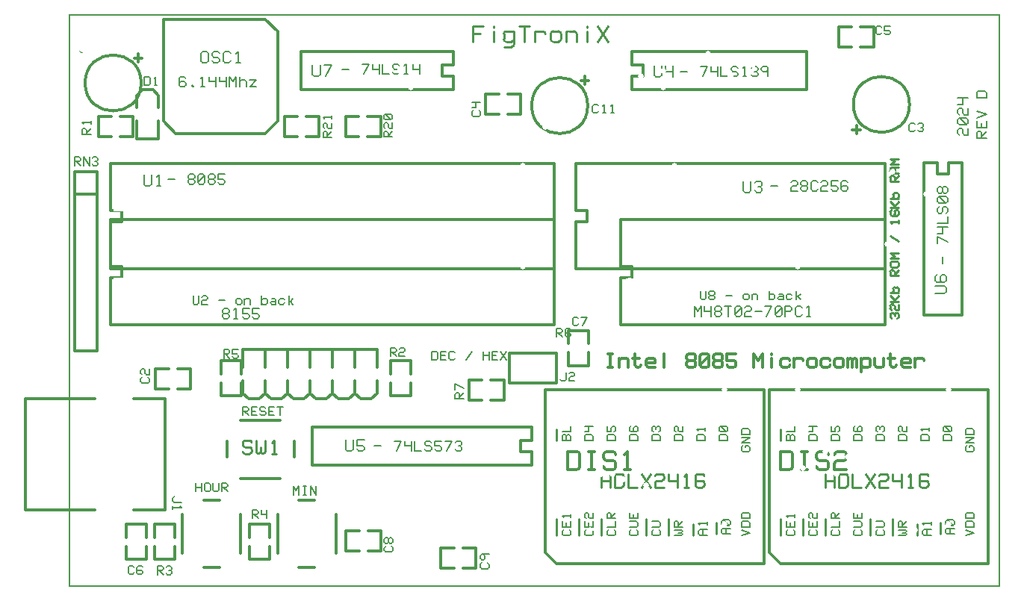
<source format=gto>
G04*
G04 Format:               Gerber RS-274X*
G04 Layer:                TopSilkscreen*
G04 This File Name:       Mini (Ver 4l 2024) - Gerber.gto*
G04 Source File Name:     Mini (Ver 4l 2024).pcb*
G04 Unique ID:            5eaf9519-9103-422e-be0f-e1a041fa282d*
G04 Generated Date:       Saturday, 19 October 2024 20:49:58*
G04*
G04 Created Using:        Robot Room Copper Connection v2.7.5443*
G04 Software Contact:     http://www.robotroom.com/CopperConnection/Support.aspx*
G04 License Number:       1685*
G04 Student Edition:      true*
G04*
G04 Zero Suppression:     Leading*
G04 Number Precision:     2.4*
G04*
%FSLAX24Y24*%
%MOIN*%
%LNTopSilkscreen*%
%ADD10C,.006*%
%ADD11C,.0071*%
%ADD12C,.0079*%
%ADD13C,.009*%
%ADD14C,.0094*%
%ADD15C,.01*%
%ADD16C,.0109*%
%ADD17C,.012*%
%ADD18C,.0126*%
%ADD19C,.0141*%
%ADD20C,.026*%
%ADD21C,.031*%
%ADD22C,.056*%
%ADD23C,.065*%
%ADD24C,.075*%
%ADD25C,.088*%
%ADD26C,.15*%
%ADD27C,.16*%
%ADD28R,.006X.006*%
%ADD29R,.056X.056*%
%ADD30R,.065X.065*%
%ADD31R,.075X.075*%
%ADD32R,.04X.05*%
%ADD33R,.05X.04*%
%ADD34R,.055X.06*%
D10*
G01X5785Y12960D02*
Y12641D01*
G74*
G02X5721Y12578I64J0D01*
G01X5594D01*
G02X5530Y12641I0J64D01*
G01Y12960D01*
X5913Y12896D02*
G02X5976Y12960I64J0D01*
G01X6104D01*
G02X6168Y12896I0J64D01*
G01Y12832D01*
G02X6104Y12769I64J0D01*
G01X5976D01*
X5913Y12705D02*
G02X5976Y12769I64J0D01*
G01X5913Y12705D02*
Y12578D01*
X6168D01*
X6678Y12769D02*
X6933D01*
X7442Y12641D02*
Y12769D01*
G02X7506Y12832I64J0D01*
G01X7634D01*
G02X7697Y12769I0J64D01*
G01Y12641D01*
G02X7634Y12578I64J0D01*
G01X7506D01*
G02X7442Y12641I0J64D01*
G01X7825Y12832D02*
Y12578D01*
Y12769D02*
G02X7889Y12832I64J0D01*
G01X8016D01*
G02X8080Y12769I0J64D01*
G01Y12578D01*
X8590Y12960D02*
Y12578D01*
Y12769D02*
G02X8654Y12832I64J0D01*
G01X8781D01*
G02X8845Y12769I0J64D01*
G01Y12641D01*
G02X8781Y12578I64J0D01*
G01X8654D01*
G02X8590Y12641I0J64D01*
G01X9036Y12832D02*
X9164D01*
G02X9227Y12769I0J64D01*
G01Y12578D01*
Y12641D02*
G02X9164Y12578I64J0D01*
G01X9036D01*
G02X8972Y12641I0J64D01*
X9036Y12705I64J0D01*
G01X9227D01*
X9610Y12641D02*
G02X9546Y12578I64J0D01*
G01X9419D01*
G02X9355Y12641I0J64D01*
G01Y12769D01*
G02X9419Y12832I64J0D01*
G01X9546D01*
G02X9610Y12769I0J64D01*
G01X9801Y12960D02*
Y12578D01*
X9992Y12832D02*
X9865Y12705D01*
X9992Y12578D01*
X9801Y12705D02*
X9865D01*
X28425Y13170D02*
Y12851D01*
G02X28361Y12788I64J0D01*
G01X28234D01*
G02X28170Y12851I0J64D01*
G01Y13170D01*
X28616Y12979D02*
G02X28553Y13043I0J64D01*
G01Y13106D01*
G02X28616Y13170I64J0D01*
G01X28744D01*
G02X28808Y13106I0J64D01*
G01Y13043D01*
G02X28744Y12979I64J0D01*
G01X28616D01*
X28744D02*
G02X28808Y12915I0J64D01*
G01Y12851D01*
G02X28744Y12788I64J0D01*
G01X28616D01*
G02X28553Y12851I0J64D01*
G01Y12915D01*
G02X28616Y12979I64J0D01*
G01X29317D02*
X29572D01*
X30082Y12851D02*
Y12979D01*
G02X30146Y13043I64J0D01*
G01X30274D01*
G02X30337Y12979I0J64D01*
G01Y12851D01*
G02X30274Y12788I64J0D01*
G01X30146D01*
G02X30082Y12851I0J64D01*
G01X30465Y13043D02*
Y12788D01*
Y12979D02*
G02X30529Y13043I64J0D01*
G01X30656D01*
G02X30720Y12979I0J64D01*
G01Y12788D01*
X31230Y13170D02*
Y12788D01*
Y12979D02*
G02X31294Y13043I64J0D01*
G01X31421D01*
G02X31485Y12979I0J64D01*
G01Y12851D01*
G02X31421Y12788I64J0D01*
G01X31294D01*
G02X31230Y12851I0J64D01*
G01X31676Y13043D02*
X31804D01*
G02X31867Y12979I0J64D01*
G01Y12788D01*
Y12851D02*
G02X31804Y12788I64J0D01*
G01X31676D01*
G02X31612Y12851I0J64D01*
X31676Y12915I64J0D01*
G01X31867D01*
X32250Y12851D02*
G02X32186Y12788I64J0D01*
G01X32059D01*
G02X31995Y12851I0J64D01*
G01Y12979D01*
G02X32059Y13043I64J0D01*
G01X32186D01*
G02X32250Y12979I0J64D01*
G01X32441Y13170D02*
Y12788D01*
X32632Y13043D02*
X32505Y12915D01*
X32632Y12788D01*
X32441Y12915D02*
X32505D01*
X5660Y4600D02*
Y4218D01*
Y4409D02*
X5915D01*
Y4600D02*
Y4218D01*
X6042Y4281D02*
Y4536D01*
G02X6106Y4600I64J0D01*
G01X6234D01*
G02X6298Y4536I0J64D01*
G01Y4281D01*
G02X6234Y4218I64J0D01*
G01X6106D01*
G02X6042Y4281I0J64D01*
G01X6680Y4600D02*
Y4281D01*
G02X6616Y4218I64J0D01*
G01X6489D01*
G02X6425Y4281I0J64D01*
G01Y4600D01*
X6807D02*
Y4218D01*
Y4600D02*
X6999D01*
G02X7062Y4536I0J64D01*
G01Y4473D01*
G02X6999Y4409I64J0D01*
G01X6807D01*
X6871D02*
X7062Y4218D01*
X10000Y4078D02*
Y4460D01*
X10127Y4269D01*
X10255Y4460D01*
Y4078D01*
X10446Y4460D02*
X10574D01*
X10510D02*
Y4078D01*
X10446D02*
X10574D01*
X10765D02*
Y4460D01*
X11020Y4078D01*
Y4460D01*
X30191Y6191D02*
Y6255D01*
X30319D01*
G02X30382Y6191I0J64D01*
G01Y6064D01*
G02X30319Y6000I64J0D01*
G01X30064D01*
G02X30000Y6064I0J64D01*
G01Y6191D01*
G02X30064Y6255I64J0D01*
G01X30382Y6383D02*
X30000D01*
X30382Y6637D01*
X30000D01*
Y6765D02*
Y6956D01*
G02X30064Y7020I64J0D01*
G01X30319D01*
G02X30382Y6956I0J64D01*
G01Y6765D01*
X30000D01*
Y2250D02*
X30382Y2378D01*
X30000Y2505D01*
Y2633D02*
Y2824D01*
G02X30064Y2887I64J0D01*
G01X30319D01*
G02X30382Y2824I0J64D01*
G01Y2633D01*
X30000D01*
Y3015D02*
Y3206D01*
G02X30064Y3270I64J0D01*
G01X30319D01*
G02X30382Y3206I0J64D01*
G01Y3015D01*
X30000D01*
X22319Y2505D02*
G02X22382Y2441I0J64D01*
G01Y2314D01*
G02X22319Y2250I64J0D01*
G01X22064D01*
G02X22000Y2314I0J64D01*
G01Y2441D01*
G02X22064Y2505I64J0D01*
G01X22000Y2887D02*
Y2633D01*
X22382D01*
Y2887D01*
X22191Y2633D02*
Y2824D01*
X22064Y3079D02*
X22000Y3142D01*
X22382D01*
Y3079D02*
Y3206D01*
X23319Y2505D02*
G02X23383Y2441I0J64D01*
G01Y2314D01*
G02X23319Y2250I64J0D01*
G01X23064D01*
G02X23000Y2314I0J64D01*
G01Y2441D01*
G02X23064Y2505I64J0D01*
G01X23000Y2887D02*
Y2633D01*
X23383D01*
Y2887D01*
X23191Y2633D02*
Y2824D01*
X23064Y3015D02*
G02X23000Y3079I0J64D01*
G01Y3206D01*
G02X23064Y3270I64J0D01*
G01X23128D01*
G02X23191Y3206I0J64D01*
G01Y3079D01*
X23255Y3015D02*
G02X23191Y3079I0J64D01*
G01X23255Y3015D02*
X23383D01*
Y3270D01*
X24319Y2505D02*
G02X24382Y2441I0J64D01*
G01Y2314D01*
G02X24319Y2250I64J0D01*
G01X24064D01*
G02X24000Y2314I0J64D01*
G01Y2441D01*
G02X24064Y2505I64J0D01*
G01X24000Y2633D02*
X24382D01*
Y2887D01*
X24000Y3015D02*
X24382D01*
X24000D02*
Y3206D01*
G02X24064Y3270I64J0D01*
G01X24127D01*
G02X24191Y3206I0J64D01*
G01Y3015D01*
Y3079D02*
X24382Y3270D01*
X25319Y2505D02*
G02X25382Y2441I0J64D01*
G01Y2314D01*
G02X25319Y2250I64J0D01*
G01X25064D01*
G02X25000Y2314I0J64D01*
G01Y2441D01*
G02X25064Y2505I64J0D01*
G01X25000Y2887D02*
X25319D01*
G02X25382Y2824I0J64D01*
G01Y2696D01*
G02X25319Y2633I64J0D01*
G01X25000D01*
Y3270D02*
Y3015D01*
X25382D01*
Y3270D01*
X25191Y3015D02*
Y3206D01*
X26319Y2505D02*
G02X26383Y2441I0J64D01*
G01Y2314D01*
G02X26319Y2250I64J0D01*
G01X26064D01*
G02X26000Y2314I0J64D01*
G01Y2441D01*
G02X26064Y2505I64J0D01*
G01X26000Y2887D02*
X26319D01*
G02X26383Y2824I0J64D01*
G01Y2696D01*
G02X26319Y2633I64J0D01*
G01X26000D01*
X27000Y2505D02*
X27319D01*
G02X27383Y2441I0J64D01*
X27319Y2378I64J0D01*
G01X27191D01*
X27319D01*
G02X27383Y2314I0J64D01*
X27319Y2250I64J0D01*
G01X27000D01*
Y2633D02*
X27383D01*
X27000D02*
Y2824D01*
G02X27064Y2887I64J0D01*
G01X27128D01*
G02X27191Y2824I0J64D01*
G01Y2633D01*
Y2696D02*
X27383Y2887D01*
X29502Y2320D02*
X29184D01*
G02X29120Y2384I0J64D01*
G01Y2511D01*
G02X29184Y2575I64J0D01*
G01X29502D01*
X29311Y2320D02*
Y2575D01*
X29439Y2702D02*
X29184D01*
G02X29120Y2766I0J64D01*
G01Y2894D01*
G02X29184Y2957I64J0D01*
G01X29439D01*
G02X29502Y2894I0J64D01*
G01Y2766D01*
G02X29439Y2702I64J0D01*
G01X29184Y2957D01*
X28472Y2280D02*
X28154D01*
G02X28090Y2344I0J64D01*
G01Y2471D01*
G02X28154Y2535I64J0D01*
G01X28472D01*
X28281Y2280D02*
Y2535D01*
X28154Y2726D02*
X28090Y2790D01*
X28472D01*
Y2726D02*
Y2854D01*
X22000Y6500D02*
Y6691D01*
G02X22064Y6755I64J0D01*
G01X22127D01*
G02X22191Y6691I0J64D01*
G01Y6500D01*
Y6691D02*
G02X22255Y6755I64J0D01*
G01X22319D01*
G02X22382Y6691I0J64D01*
G01Y6500D01*
X22000D01*
Y6883D02*
X22382D01*
Y7138D01*
X23000Y6500D02*
Y6691D01*
G02X23064Y6755I64J0D01*
G01X23319D01*
G02X23383Y6691I0J64D01*
G01Y6500D01*
X23000D01*
X23383Y7138D02*
X23000D01*
Y6883D02*
X23191D01*
Y7138D01*
X24000Y6500D02*
Y6691D01*
G02X24064Y6755I64J0D01*
G01X24319D01*
G02X24382Y6691I0J64D01*
G01Y6500D01*
X24000D01*
Y7138D02*
Y6883D01*
X24191D01*
Y7074D01*
G02X24255Y7138I64J0D01*
G01X24319D01*
G02X24382Y7074I0J64D01*
G01Y6946D01*
G02X24319Y6883I64J0D01*
G01X25000Y6500D02*
Y6691D01*
G02X25064Y6755I64J0D01*
G01X25319D01*
G02X25382Y6691I0J64D01*
G01Y6500D01*
X25000D01*
X25255Y6883D02*
G02X25191Y6946I0J64D01*
G01Y7074D01*
G02X25255Y7138I64J0D01*
G01X25319D01*
G02X25382Y7074I0J64D01*
G01Y6946D01*
G02X25319Y6883I64J0D01*
G01X25064D01*
G02X25000Y6946I0J64D01*
G01Y7074D01*
G02X25064Y7138I64J0D01*
G01X26000Y6500D02*
Y6691D01*
G02X26064Y6755I64J0D01*
G01X26319D01*
G02X26383Y6691I0J64D01*
G01Y6500D01*
X26000D01*
X26064Y6883D02*
G02X26000Y6946I0J64D01*
G01Y7074D01*
G02X26064Y7138I64J0D01*
G01X26128D01*
G02X26191Y7074I0J64D01*
G01Y7010D01*
Y7074D02*
G02X26255Y7138I64J0D01*
G01X26319D01*
G02X26383Y7074I0J64D01*
G01Y6946D01*
G02X26319Y6883I64J0D01*
G01X27000Y6500D02*
Y6691D01*
G02X27064Y6755I64J0D01*
G01X27319D01*
G02X27383Y6691I0J64D01*
G01Y6500D01*
X27000D01*
X27064Y6883D02*
G02X27000Y6946I0J64D01*
G01Y7074D01*
G02X27064Y7138I64J0D01*
G01X27128D01*
G02X27191Y7074I0J64D01*
G01Y6946D01*
X27255Y6883D02*
G02X27191Y6946I0J64D01*
G01X27255Y6883D02*
X27383D01*
Y7138D01*
X28000Y6500D02*
Y6691D01*
G02X28064Y6755I64J0D01*
G01X28319D01*
G02X28382Y6691I0J64D01*
G01Y6500D01*
X28000D01*
X28064Y6946D02*
X28000Y7010D01*
X28382D01*
Y6946D02*
Y7074D01*
X29000Y6500D02*
Y6691D01*
G02X29064Y6755I64J0D01*
G01X29319D01*
G02X29382Y6691I0J64D01*
G01Y6500D01*
X29000D01*
X29319Y6883D02*
X29064D01*
G02X29000Y6946I0J64D01*
G01Y7074D01*
G02X29064Y7138I64J0D01*
G01X29319D01*
G02X29382Y7074I0J64D01*
G01Y6946D01*
G02X29319Y6883I64J0D01*
G01X29064Y7138D01*
X40191Y6191D02*
Y6255D01*
X40319D01*
G02X40382Y6191I0J64D01*
G01Y6064D01*
G02X40319Y6000I64J0D01*
G01X40064D01*
G02X40000Y6064I0J64D01*
G01Y6191D01*
G02X40064Y6255I64J0D01*
G01X40382Y6383D02*
X40000D01*
X40382Y6637D01*
X40000D01*
Y6765D02*
Y6956D01*
G02X40064Y7020I64J0D01*
G01X40319D01*
G02X40382Y6956I0J64D01*
G01Y6765D01*
X40000D01*
Y2250D02*
X40382Y2378D01*
X40000Y2505D01*
Y2633D02*
Y2824D01*
G02X40064Y2887I64J0D01*
G01X40319D01*
G02X40382Y2824I0J64D01*
G01Y2633D01*
X40000D01*
Y3015D02*
Y3206D01*
G02X40064Y3270I64J0D01*
G01X40319D01*
G02X40382Y3206I0J64D01*
G01Y3015D01*
X40000D01*
X32319Y2505D02*
G02X32383Y2441I0J64D01*
G01Y2314D01*
G02X32319Y2250I64J0D01*
G01X32064D01*
G02X32000Y2314I0J64D01*
G01Y2441D01*
G02X32064Y2505I64J0D01*
G01X32000Y2887D02*
Y2633D01*
X32383D01*
Y2887D01*
X32191Y2633D02*
Y2824D01*
X32064Y3079D02*
X32000Y3142D01*
X32383D01*
Y3079D02*
Y3206D01*
X33319Y2505D02*
G02X33382Y2441I0J64D01*
G01Y2314D01*
G02X33319Y2250I64J0D01*
G01X33064D01*
G02X33000Y2314I0J64D01*
G01Y2441D01*
G02X33064Y2505I64J0D01*
G01X33000Y2887D02*
Y2633D01*
X33382D01*
Y2887D01*
X33191Y2633D02*
Y2824D01*
X33064Y3015D02*
G02X33000Y3079I0J64D01*
G01Y3206D01*
G02X33064Y3270I64J0D01*
G01X33127D01*
G02X33191Y3206I0J64D01*
G01Y3079D01*
X33255Y3015D02*
G02X33191Y3079I0J64D01*
G01X33255Y3015D02*
X33382D01*
Y3270D01*
X34319Y2505D02*
G02X34382Y2441I0J64D01*
G01Y2314D01*
G02X34319Y2250I64J0D01*
G01X34064D01*
G02X34000Y2314I0J64D01*
G01Y2441D01*
G02X34064Y2505I64J0D01*
G01X34000Y2633D02*
X34382D01*
Y2887D01*
X34000Y3015D02*
X34382D01*
X34000D02*
Y3206D01*
G02X34064Y3270I64J0D01*
G01X34127D01*
G02X34191Y3206I0J64D01*
G01Y3015D01*
Y3079D02*
X34382Y3270D01*
X35319Y2505D02*
G02X35382Y2441I0J64D01*
G01Y2314D01*
G02X35319Y2250I64J0D01*
G01X35064D01*
G02X35000Y2314I0J64D01*
G01Y2441D01*
G02X35064Y2505I64J0D01*
G01X35000Y2887D02*
X35319D01*
G02X35382Y2824I0J64D01*
G01Y2696D01*
G02X35319Y2633I64J0D01*
G01X35000D01*
Y3270D02*
Y3015D01*
X35382D01*
Y3270D01*
X35191Y3015D02*
Y3206D01*
X36319Y2505D02*
G02X36383Y2441I0J64D01*
G01Y2314D01*
G02X36319Y2250I64J0D01*
G01X36064D01*
G02X36000Y2314I0J64D01*
G01Y2441D01*
G02X36064Y2505I64J0D01*
G01X36000Y2887D02*
X36319D01*
G02X36383Y2824I0J64D01*
G01Y2696D01*
G02X36319Y2633I64J0D01*
G01X36000D01*
X37000Y2505D02*
X37319D01*
G02X37383Y2441I0J64D01*
X37319Y2378I64J0D01*
G01X37191D01*
X37319D01*
G02X37383Y2314I0J64D01*
X37319Y2250I64J0D01*
G01X37000D01*
Y2633D02*
X37383D01*
X37000D02*
Y2824D01*
G02X37064Y2887I64J0D01*
G01X37128D01*
G02X37191Y2824I0J64D01*
G01Y2633D01*
Y2696D02*
X37383Y2887D01*
X39502Y2320D02*
X39184D01*
G02X39120Y2384I0J64D01*
G01Y2511D01*
G02X39184Y2575I64J0D01*
G01X39502D01*
X39311Y2320D02*
Y2575D01*
X39439Y2702D02*
X39184D01*
G02X39120Y2766I0J64D01*
G01Y2894D01*
G02X39184Y2957I64J0D01*
G01X39439D01*
G02X39502Y2894I0J64D01*
G01Y2766D01*
G02X39439Y2702I64J0D01*
G01X39184Y2957D01*
X38472Y2280D02*
X38154D01*
G02X38090Y2344I0J64D01*
G01Y2471D01*
G02X38154Y2535I64J0D01*
G01X38472D01*
X38281Y2280D02*
Y2535D01*
X38154Y2726D02*
X38090Y2790D01*
X38472D01*
Y2726D02*
Y2854D01*
X32000Y6500D02*
Y6691D01*
G02X32064Y6755I64J0D01*
G01X32128D01*
G02X32191Y6691I0J64D01*
G01Y6500D01*
Y6691D02*
G02X32255Y6755I64J0D01*
G01X32319D01*
G02X32383Y6691I0J64D01*
G01Y6500D01*
X32000D01*
Y6883D02*
X32383D01*
Y7138D01*
X33000Y6500D02*
Y6691D01*
G02X33064Y6755I64J0D01*
G01X33319D01*
G02X33382Y6691I0J64D01*
G01Y6500D01*
X33000D01*
X33382Y7138D02*
X33000D01*
Y6883D02*
X33191D01*
Y7138D01*
X34000Y6500D02*
Y6691D01*
G02X34064Y6755I64J0D01*
G01X34319D01*
G02X34382Y6691I0J64D01*
G01Y6500D01*
X34000D01*
Y7138D02*
Y6883D01*
X34191D01*
Y7074D01*
G02X34255Y7138I64J0D01*
G01X34319D01*
G02X34382Y7074I0J64D01*
G01Y6946D01*
G02X34319Y6883I64J0D01*
G01X35000Y6500D02*
Y6691D01*
G02X35064Y6755I64J0D01*
G01X35319D01*
G02X35382Y6691I0J64D01*
G01Y6500D01*
X35000D01*
X35255Y6883D02*
G02X35191Y6946I0J64D01*
G01Y7074D01*
G02X35255Y7138I64J0D01*
G01X35319D01*
G02X35382Y7074I0J64D01*
G01Y6946D01*
G02X35319Y6883I64J0D01*
G01X35064D01*
G02X35000Y6946I0J64D01*
G01Y7074D01*
G02X35064Y7138I64J0D01*
G01X36000Y6500D02*
Y6691D01*
G02X36064Y6755I64J0D01*
G01X36319D01*
G02X36383Y6691I0J64D01*
G01Y6500D01*
X36000D01*
X36064Y6883D02*
G02X36000Y6946I0J64D01*
G01Y7074D01*
G02X36064Y7138I64J0D01*
G01X36128D01*
G02X36191Y7074I0J64D01*
G01Y7010D01*
Y7074D02*
G02X36255Y7138I64J0D01*
G01X36319D01*
G02X36383Y7074I0J64D01*
G01Y6946D01*
G02X36319Y6883I64J0D01*
G01X37000Y6500D02*
Y6691D01*
G02X37064Y6755I64J0D01*
G01X37319D01*
G02X37383Y6691I0J64D01*
G01Y6500D01*
X37000D01*
X37064Y6883D02*
G02X37000Y6946I0J64D01*
G01Y7074D01*
G02X37064Y7138I64J0D01*
G01X37128D01*
G02X37191Y7074I0J64D01*
G01Y6946D01*
X37255Y6883D02*
G02X37191Y6946I0J64D01*
G01X37255Y6883D02*
X37383D01*
Y7138D01*
X38000Y6500D02*
Y6691D01*
G02X38064Y6755I64J0D01*
G01X38319D01*
G02X38382Y6691I0J64D01*
G01Y6500D01*
X38000D01*
X38064Y6946D02*
X38000Y7010D01*
X38382D01*
Y6946D02*
Y7074D01*
X39000Y6500D02*
Y6691D01*
G02X39064Y6755I64J0D01*
G01X39319D01*
G02X39382Y6691I0J64D01*
G01Y6500D01*
X39000D01*
X39319Y6883D02*
X39064D01*
G02X39000Y6946I0J64D01*
G01Y7074D01*
G02X39064Y7138I64J0D01*
G01X39319D01*
G02X39382Y7074I0J64D01*
G01Y6946D01*
G02X39319Y6883I64J0D01*
G01X39064Y7138D01*
X7750Y8000D02*
Y7618D01*
Y8000D02*
X7941D01*
G02X8005Y7936I0J64D01*
G01Y7873D01*
G02X7941Y7809I64J0D01*
G01X7750D01*
X7814D02*
X8005Y7618D01*
X8387Y8000D02*
X8132D01*
Y7618D01*
X8387D01*
X8132Y7809D02*
X8324D01*
X8706D02*
G02X8770Y7745I0J64D01*
G01Y7681D01*
G02X8706Y7618I64J0D01*
G01X8579D01*
G02X8515Y7681I0J64D01*
G01X8706Y7809D02*
X8579D01*
G02X8515Y7873I0J64D01*
G01Y7936D01*
G02X8579Y8000I64J0D01*
G01X8706D01*
G02X8770Y7936I0J64D01*
G01X9152Y8000D02*
X8897D01*
Y7618D01*
X9152D01*
X8897Y7809D02*
X9089D01*
X9280Y8000D02*
X9535D01*
X9407D02*
Y7618D01*
X16190Y10480D02*
X16381D01*
G02X16445Y10416I0J64D01*
G01Y10161D01*
G02X16381Y10098I64J0D01*
G01X16190D01*
Y10480D01*
X16827D02*
X16572D01*
Y10098D01*
X16827D01*
X16572Y10289D02*
X16764D01*
X17210Y10161D02*
G02X17146Y10098I64J0D01*
G01X17019D01*
G02X16955Y10161I0J64D01*
G01Y10416D01*
G02X17019Y10480I64J0D01*
G01X17146D01*
G02X17210Y10416I0J64D01*
G01X17720Y10098D02*
X17975Y10480D01*
X18485D02*
Y10098D01*
Y10289D02*
X18740D01*
Y10480D02*
Y10098D01*
X19122Y10480D02*
X18867D01*
Y10098D01*
X19122D01*
X18867Y10289D02*
X19059D01*
X19250Y10480D02*
X19505Y10098D01*
X19250D02*
X19505Y10480D01*
X14379Y1775D02*
G02X14442Y1711I0J64D01*
G01Y1584D01*
G02X14379Y1520I64J0D01*
G01X14124D01*
G02X14060Y1584I0J64D01*
G01Y1711D01*
G02X14124Y1775I64J0D01*
G01X14251Y1966D02*
G02X14187Y1903I64J0D01*
G01X14124D01*
G02X14060Y1966I0J64D01*
G01Y2094D01*
G02X14124Y2158I64J0D01*
G01X14187D01*
G02X14251Y2094I0J64D01*
G01Y1966D01*
Y2094D02*
G02X14315Y2158I64J0D01*
G01X14379D01*
G02X14442Y2094I0J64D01*
G01Y1966D01*
G02X14379Y1903I64J0D01*
G01X14315D01*
G02X14251Y1966I0J64D01*
G01X3940Y890D02*
Y508D01*
Y890D02*
X4131D01*
G02X4195Y826I0J64D01*
G01Y763D01*
G02X4131Y699I64J0D01*
G01X3940D01*
X4004D02*
X4195Y508D01*
X4323Y826D02*
G02X4386Y890I64J0D01*
G01X4514D01*
G02X4578Y826I0J64D01*
G01Y763D01*
G02X4514Y699I64J0D01*
G01X4450D01*
X4514D02*
G02X4578Y635I0J64D01*
G01Y571D01*
G02X4514Y508I64J0D01*
G01X4386D01*
G02X4323Y571I0J64D01*
G01X8180Y3400D02*
Y3017D01*
Y3400D02*
X8371D01*
G02X8435Y3336I0J64D01*
G01Y3272D01*
G02X8371Y3209I64J0D01*
G01X8180D01*
X8244D02*
X8435Y3017D01*
X8817D02*
Y3400D01*
X8562D02*
Y3209D01*
X8817D01*
X725Y23901D02*
G02X661Y23837I64J0D01*
G01X534D01*
G02X470Y23901I0J64D01*
G01Y24156D01*
G02X534Y24220I64J0D01*
G01X661D01*
G02X725Y24156I0J64D01*
G01X916D02*
X980Y24220D01*
Y23837D01*
X916D02*
X1044D01*
X2895Y581D02*
G02X2831Y517I64J0D01*
G01X2704D01*
G02X2640Y581I0J64D01*
G01Y836D01*
G02X2704Y900I64J0D01*
G01X2831D01*
G02X2895Y836I0J64D01*
G01X3022Y645D02*
G02X3086Y709I64J0D01*
G01X3214D01*
G02X3277Y645I0J64D01*
G01Y581D01*
G02X3214Y517I64J0D01*
G01X3086D01*
G02X3022Y581I0J64D01*
G01Y836D01*
G02X3086Y900I64J0D01*
G01X3214D01*
G02X3277Y836I0J64D01*
G01X6900Y10560D02*
Y10178D01*
Y10560D02*
X7091D01*
G02X7155Y10496I0J64D01*
G01Y10433D01*
G02X7091Y10369I64J0D01*
G01X6900D01*
X6964D02*
X7155Y10178D01*
X7537Y10560D02*
X7282D01*
Y10369D01*
X7474D01*
G02X7537Y10305I0J64D01*
G01Y10241D01*
G02X7474Y10178I64J0D01*
G01X7346D01*
G02X7282Y10241I0J64D01*
G01X3350Y22740D02*
X3541D01*
G02X3605Y22676I0J64D01*
G01Y22421D01*
G02X3541Y22358I64J0D01*
G01X3350D01*
Y22740D01*
X3796Y22676D02*
X3860Y22740D01*
Y22358D01*
X3796D02*
X3924D01*
X260Y19150D02*
Y18768D01*
Y19150D02*
X451D01*
G02X515Y19086I0J64D01*
G01Y19023D01*
G02X451Y18959I64J0D01*
G01X260D01*
X324D02*
X515Y18768D01*
X643D02*
Y19150D01*
X898Y18768D01*
Y19150D01*
X1025Y19086D02*
G02X1089Y19150I64J0D01*
G01X1216D01*
G02X1280Y19086I0J64D01*
G01Y19023D01*
G02X1216Y18959I64J0D01*
G01X1153D01*
X1216D02*
G02X1280Y18895I0J64D01*
G01Y18831D01*
G02X1216Y18768I64J0D01*
G01X1089D01*
G02X1025Y18831I0J64D01*
G01X14340Y10630D02*
Y10248D01*
Y10630D02*
X14531D01*
G02X14595Y10566I0J64D01*
G01Y10503D01*
G02X14531Y10439I64J0D01*
G01X14340D01*
X14404D02*
X14595Y10248D01*
X14722Y10566D02*
G02X14786Y10630I64J0D01*
G01X14914D01*
G02X14977Y10566I0J64D01*
G01Y10503D01*
G02X14914Y10439I64J0D01*
G01X14786D01*
X14722Y10375D02*
G02X14786Y10439I64J0D01*
G01X14722Y10375D02*
Y10248D01*
X14977D01*
X22725Y11691D02*
G02X22661Y11628I64J0D01*
G01X22534D01*
G02X22470Y11691I0J64D01*
G01Y11946D01*
G02X22534Y12010I64J0D01*
G01X22661D01*
G02X22725Y11946I0J64D01*
G01X22853Y12010D02*
X23108D01*
X22916Y11628D01*
X580Y20180D02*
X962D01*
X580D02*
Y20371D01*
G02X644Y20435I64J0D01*
G01X707D01*
G02X771Y20371I0J64D01*
G01Y20180D01*
Y20244D02*
X962Y20435D01*
X644Y20626D02*
X580Y20690D01*
X962D01*
Y20626D02*
Y20754D01*
X5000Y3745D02*
X4681D01*
G02X4617Y3809I0J64D01*
G01Y3936D01*
G02X4681Y4000I64J0D01*
G01X4936Y3554D02*
X5000Y3490D01*
X4617D01*
Y3554D02*
Y3426D01*
X37745Y20351D02*
G02X37681Y20287I64J0D01*
G01X37554D01*
G02X37490Y20351I0J64D01*
G01Y20606D01*
G02X37554Y20670I64J0D01*
G01X37681D01*
G02X37745Y20606I0J64D01*
G01X37872D02*
G02X37936Y20670I64J0D01*
G01X38064D01*
G02X38127Y20606I0J64D01*
G01Y20543D01*
G02X38064Y20479I64J0D01*
G01X38000D01*
X38064D02*
G02X38127Y20415I0J64D01*
G01Y20351D01*
G02X38064Y20287I64J0D01*
G01X37936D01*
G02X37872Y20351I0J64D01*
G01X36255Y24681D02*
G02X36191Y24617I64J0D01*
G01X36064D01*
G02X36000Y24681I0J64D01*
G01Y24936D01*
G02X36064Y25000I64J0D01*
G01X36191D01*
G02X36255Y24936I0J64D01*
G01X36638Y25000D02*
X36383D01*
Y24809D01*
X36574D01*
G02X36638Y24745I0J64D01*
G01Y24681D01*
G02X36574Y24617I64J0D01*
G01X36446D01*
G02X36383Y24681I0J64D01*
G01X21750Y11500D02*
Y11118D01*
Y11500D02*
X21941D01*
G02X22005Y11436I0J64D01*
G01Y11373D01*
G02X21941Y11309I64J0D01*
G01X21750D01*
X21814D02*
X22005Y11118D01*
X22133Y11245D02*
G02X22196Y11309I64J0D01*
G01X22324D01*
G02X22387Y11245I0J64D01*
G01Y11181D01*
G02X22324Y11118I64J0D01*
G01X22196D01*
G02X22133Y11181I0J64D01*
G01Y11436D01*
G02X22196Y11500I64J0D01*
G01X22324D01*
G02X22387Y11436I0J64D01*
G01X23615Y21181D02*
G02X23551Y21117I64J0D01*
G01X23424D01*
G02X23360Y21181I0J64D01*
G01Y21436D01*
G02X23424Y21500I64J0D01*
G01X23551D01*
G02X23615Y21436I0J64D01*
G01X23806D02*
X23870Y21500D01*
Y21117D01*
X23806D02*
X23934D01*
X24189Y21436D02*
X24252Y21500D01*
Y21117D01*
X24189D02*
X24316D01*
X22175Y9540D02*
Y9221D01*
G02X22111Y9157I64J0D01*
G01X21984D01*
G02X21920Y9221I0J64D01*
G01X22303Y9476D02*
G02X22366Y9540I64J0D01*
G01X22494D01*
G02X22558Y9476I0J64D01*
G01Y9412D01*
G02X22494Y9349I64J0D01*
G01X22366D01*
X22303Y9285D02*
G02X22366Y9349I64J0D01*
G01X22303Y9285D02*
Y9157D01*
X22558D01*
X17220Y8380D02*
X17602D01*
X17220D02*
Y8571D01*
G02X17284Y8635I64J0D01*
G01X17347D01*
G02X17411Y8571I0J64D01*
G01Y8380D01*
Y8444D02*
X17602Y8635D01*
X17220Y8762D02*
Y9017D01*
X17602Y8826D01*
X11330Y20040D02*
X11712D01*
X11330D02*
Y20231D01*
G02X11394Y20295I64J0D01*
G01X11457D01*
G02X11521Y20231I0J64D01*
G01Y20040D01*
Y20104D02*
X11712Y20295D01*
X11394Y20423D02*
G02X11330Y20486I0J64D01*
G01Y20614D01*
G02X11394Y20678I64J0D01*
G01X11457D01*
G02X11521Y20614I0J64D01*
G01Y20486D01*
X11585Y20423D02*
G02X11521Y20486I0J64D01*
G01X11585Y20423D02*
X11712D01*
Y20678D01*
X11394Y20869D02*
X11330Y20933D01*
X11712D01*
Y20869D02*
Y20996D01*
X14040Y20050D02*
X14422D01*
X14040D02*
Y20241D01*
G02X14104Y20305I64J0D01*
G01X14167D01*
G02X14231Y20241I0J64D01*
G01Y20050D01*
Y20114D02*
X14422Y20305D01*
X14104Y20433D02*
G02X14040Y20496I0J64D01*
G01Y20624D01*
G02X14104Y20688I64J0D01*
G01X14167D01*
G02X14231Y20624I0J64D01*
G01Y20496D01*
X14295Y20433D02*
G02X14231Y20496I0J64D01*
G01X14295Y20433D02*
X14422D01*
Y20688D01*
X14359Y20815D02*
X14104D01*
G02X14040Y20879I0J64D01*
G01Y21006D01*
G02X14104Y21070I64J0D01*
G01X14359D01*
G02X14422Y21006I0J64D01*
G01Y20879D01*
G02X14359Y20815I64J0D01*
G01X14104Y21070D01*
X3509Y9315D02*
G02X3573Y9251I0J64D01*
G01Y9124D01*
G02X3509Y9060I64J0D01*
G01X3254D01*
G02X3190Y9124I0J64D01*
G01Y9251D01*
G02X3254Y9315I64J0D01*
G01Y9442D02*
G02X3190Y9506I0J64D01*
G01Y9634D01*
G02X3254Y9697I64J0D01*
G01X3317D01*
G02X3381Y9634I0J64D01*
G01Y9506D01*
X3445Y9442D02*
G02X3381Y9506I0J64D01*
G01X3445Y9442D02*
X3573D01*
Y9697D01*
X18669Y1035D02*
G02X18733Y971I0J64D01*
G01Y844D01*
G02X18669Y780I64J0D01*
G01X18414D01*
G02X18350Y844I0J64D01*
G01Y971D01*
G02X18414Y1035I64J0D01*
G01X18478Y1417D02*
G02X18541Y1354I0J64D01*
G01Y1226D01*
G02X18478Y1163I64J0D01*
G01X18414D01*
G02X18350Y1226I0J64D01*
G01Y1354D01*
G02X18414Y1417I64J0D01*
G01X18605D01*
X18733D01*
X18289Y21225D02*
G02X18352Y21161I0J64D01*
G01Y21034D01*
G02X18289Y20970I64J0D01*
G01X18034D01*
G02X17970Y21034I0J64D01*
G01Y21161D01*
G02X18034Y21225I64J0D01*
G01X18352Y21608D02*
X17970D01*
Y21353D02*
X18161D01*
Y21608D01*
D11*
X39735Y20140D02*
G02X39660Y20215I0J75D01*
G01Y20365D01*
G02X39735Y20440I75J0D01*
G01X39810D01*
G02X39885Y20365I0J75D01*
G01Y20215D01*
X39960Y20140D02*
G02X39885Y20215I0J75D01*
G01X39960Y20140D02*
X40110D01*
Y20440D01*
X40035Y20590D02*
X39735D01*
G02X39660Y20665I0J75D01*
G01Y20815D01*
G02X39735Y20890I75J0D01*
G01X40035D01*
G02X40110Y20815I0J75D01*
G01Y20665D01*
G02X40035Y20590I75J0D01*
G01X39735Y20890D01*
Y21040D02*
G02X39660Y21115I0J75D01*
G01Y21265D01*
G02X39735Y21340I75J0D01*
G01X39810D01*
G02X39885Y21265I0J75D01*
G01Y21115D01*
X39960Y21040D02*
G02X39885Y21115I0J75D01*
G01X39960Y21040D02*
X40110D01*
Y21340D01*
Y21790D02*
X39660D01*
Y21490D02*
X39885D01*
Y21790D01*
X40500Y20000D02*
X40950D01*
X40500D02*
Y20225D01*
G02X40575Y20300I75J0D01*
G01X40650D01*
G02X40725Y20225I0J75D01*
G01Y20000D01*
Y20075D02*
X40950Y20300D01*
X40500Y20750D02*
Y20450D01*
X40950D01*
Y20750D01*
X40725Y20450D02*
Y20675D01*
X40500Y20900D02*
X40950Y21050D01*
X40500Y21200D01*
Y21800D02*
Y22025D01*
G02X40575Y22100I75J0D01*
G01X40875D01*
G02X40950Y22025I0J75D01*
G01Y21800D01*
X40500D01*
X27900Y12040D02*
Y12490D01*
X28050Y12265D01*
X28200Y12490D01*
Y12040D01*
X28650D02*
Y12490D01*
X28350D02*
Y12265D01*
X28650D01*
X28875D02*
G02X28800Y12340I0J75D01*
G01Y12415D01*
G02X28875Y12490I75J0D01*
G01X29025D01*
G02X29100Y12415I0J75D01*
G01Y12340D01*
G02X29025Y12265I75J0D01*
G01X28875D01*
X29025D02*
G02X29100Y12190I0J75D01*
G01Y12115D01*
G02X29025Y12040I75J0D01*
G01X28875D01*
G02X28800Y12115I0J75D01*
G01Y12190D01*
G02X28875Y12265I75J0D01*
G01X29250Y12490D02*
X29550D01*
X29400D02*
Y12040D01*
X29700Y12115D02*
Y12415D01*
G02X29775Y12490I75J0D01*
G01X29925D01*
G02X30000Y12415I0J75D01*
G01Y12115D01*
G02X29925Y12040I75J0D01*
G01X29775D01*
G02X29700Y12115I0J75D01*
G01X30000Y12415D01*
X30150D02*
G02X30225Y12490I75J0D01*
G01X30375D01*
G02X30450Y12415I0J75D01*
G01Y12340D01*
G02X30375Y12265I75J0D01*
G01X30225D01*
X30150Y12190D02*
G02X30225Y12265I75J0D01*
G01X30150Y12190D02*
Y12040D01*
X30450D01*
X30600Y12265D02*
X30900D01*
X31050Y12490D02*
X31350D01*
X31125Y12040D01*
X31500Y12115D02*
Y12415D01*
G02X31575Y12490I75J0D01*
G01X31725D01*
G02X31800Y12415I0J75D01*
G01Y12115D01*
G02X31725Y12040I75J0D01*
G01X31575D01*
G02X31500Y12115I0J75D01*
G01X31800Y12415D01*
X31950Y12490D02*
Y12040D01*
Y12490D02*
X32175D01*
G02X32250Y12415I0J75D01*
G01Y12340D01*
G02X32175Y12265I75J0D01*
G01X31950D01*
X32700Y12115D02*
G02X32625Y12040I75J0D01*
G01X32475D01*
G02X32400Y12115I0J75D01*
G01Y12415D01*
G02X32475Y12490I75J0D01*
G01X32625D01*
G02X32700Y12415I0J75D01*
G01X32925D02*
X33000Y12490D01*
Y12040D01*
X32925D02*
X33075D01*
X6905Y12165D02*
G02X6830Y12240I0J75D01*
G01Y12315D01*
G02X6905Y12390I75J0D01*
G01X7055D01*
G02X7130Y12315I0J75D01*
G01Y12240D01*
G02X7055Y12165I75J0D01*
G01X6905D01*
X7055D02*
G02X7130Y12090I0J75D01*
G01Y12015D01*
G02X7055Y11940I75J0D01*
G01X6905D01*
G02X6830Y12015I0J75D01*
G01Y12090D01*
G02X6905Y12165I75J0D01*
G01X7355Y12315D02*
X7430Y12390D01*
Y11940D01*
X7355D02*
X7505D01*
X8030Y12390D02*
X7730D01*
Y12165D01*
X7955D01*
G02X8030Y12090I0J75D01*
G01Y12015D01*
G02X7955Y11940I75J0D01*
G01X7805D01*
G02X7730Y12015I0J75D01*
G01X8480Y12390D02*
X8180D01*
Y12165D01*
X8405D01*
G02X8480Y12090I0J75D01*
G01Y12015D01*
G02X8405Y11940I75J0D01*
G01X8255D01*
G02X8180Y12015I0J75D01*
G01X4910Y22440D02*
G02X4985Y22515I75J0D01*
G01X5135D01*
G02X5210Y22440I0J75D01*
G01Y22365D01*
G02X5135Y22290I75J0D01*
G01X4985D01*
G02X4910Y22365I0J75D01*
G01Y22665D01*
G02X4985Y22740I75J0D01*
G01X5135D01*
G02X5210Y22665I0J75D01*
G01X5473Y22327D02*
X5474Y22337D01*
X5478Y22346D01*
X5483Y22354D01*
X5491Y22360D01*
X5500Y22364D01*
X5510Y22365D01*
G02X5548Y22327I0J38D01*
G01X5546Y22318D01*
X5542Y22309D01*
X5537Y22301D01*
X5529Y22295D01*
X5520Y22291D01*
X5510Y22290D01*
G02X5473Y22327I0J37D01*
G01X5510Y22346D02*
Y22309D01*
X5885Y22665D02*
X5960Y22740D01*
Y22290D01*
X5885D02*
X6035D01*
X6560D02*
Y22740D01*
X6260D02*
Y22515D01*
X6560D01*
X7010Y22290D02*
Y22740D01*
X6710D02*
Y22515D01*
X7010D01*
X7160Y22290D02*
Y22740D01*
X7310Y22515D01*
X7460Y22740D01*
Y22290D01*
X7610Y22740D02*
Y22290D01*
Y22515D02*
G02X7685Y22590I75J0D01*
G01X7835D01*
G02X7910Y22515I0J75D01*
G01Y22290D01*
X8060Y22590D02*
X8341D01*
X8079Y22290D01*
X8360D01*
X12180Y23075D02*
X12480D01*
X13080Y23300D02*
X13380D01*
X13155Y22850D01*
X13830D02*
Y23300D01*
X13530D02*
Y23075D01*
X13830D01*
X13980Y23300D02*
Y22850D01*
X14280D01*
X14655Y23075D02*
G02X14730Y23000I0J75D01*
G01Y22925D01*
G02X14655Y22850I75J0D01*
G01X14505D01*
G02X14430Y22925I0J75D01*
G01X14655Y23075D02*
X14505D01*
G02X14430Y23150I0J75D01*
G01Y23225D01*
G02X14505Y23300I75J0D01*
G01X14655D01*
G02X14730Y23225I0J75D01*
G01X14955D02*
X15030Y23300D01*
Y22850D01*
X14955D02*
X15105D01*
X15630D02*
Y23300D01*
X15330D02*
Y23075D01*
X15630D01*
X27290Y22975D02*
X27590D01*
X28190Y23200D02*
X28490D01*
X28265Y22750D01*
X28940D02*
Y23200D01*
X28640D02*
Y22975D01*
X28940D01*
X29090Y23200D02*
Y22750D01*
X29390D01*
X29765Y22975D02*
G02X29840Y22900I0J75D01*
G01Y22825D01*
G02X29765Y22750I75J0D01*
G01X29615D01*
G02X29540Y22825I0J75D01*
G01X29765Y22975D02*
X29615D01*
G02X29540Y23050I0J75D01*
G01Y23125D01*
G02X29615Y23200I75J0D01*
G01X29765D01*
G02X29840Y23125I0J75D01*
G01X30065D02*
X30140Y23200D01*
Y22750D01*
X30065D02*
X30215D01*
X30440Y23125D02*
G02X30515Y23200I75J0D01*
G01X30665D01*
G02X30740Y23125I0J75D01*
G01Y23050D01*
G02X30665Y22975I75J0D01*
G01X30590D01*
X30665D02*
G02X30740Y22900I0J75D01*
G01Y22825D01*
G02X30665Y22750I75J0D01*
G01X30515D01*
G02X30440Y22825I0J75D01*
G01X31190Y23050D02*
G02X31115Y22975I75J0D01*
G01X30965D01*
G02X30890Y23050I0J75D01*
G01Y23125D01*
G02X30965Y23200I75J0D01*
G01X31115D01*
G02X31190Y23125I0J75D01*
G01Y22900D01*
Y22750D01*
X38975Y14390D02*
Y14690D01*
X38750Y15290D02*
Y15590D01*
X39200Y15365D01*
Y16040D02*
X38750D01*
Y15740D02*
X38975D01*
Y16040D01*
X38750Y16190D02*
X39200D01*
Y16490D01*
X38975Y16865D02*
G02X39050Y16940I75J0D01*
G01X39125D01*
G02X39200Y16865I0J75D01*
G01Y16715D01*
G02X39125Y16640I75J0D01*
G01X38975Y16865D02*
Y16715D01*
G02X38900Y16640I75J0D01*
G01X38825D01*
G02X38750Y16715I0J75D01*
G01Y16865D01*
G02X38825Y16940I75J0D01*
G01X39125Y17090D02*
X38825D01*
G02X38750Y17165I0J75D01*
G01Y17315D01*
G02X38825Y17390I75J0D01*
G01X39125D01*
G02X39200Y17315I0J75D01*
G01Y17165D01*
G02X39125Y17090I75J0D01*
G01X38825Y17390D01*
X38975Y17615D02*
G02X38900Y17540I75J0D01*
G01X38825D01*
G02X38750Y17615I0J75D01*
G01Y17765D01*
G02X38825Y17840I75J0D01*
G01X38900D01*
G02X38975Y17765I0J75D01*
G01Y17615D01*
Y17765D02*
G02X39050Y17840I75J0D01*
G01X39125D01*
G02X39200Y17765I0J75D01*
G01Y17615D01*
G02X39125Y17540I75J0D01*
G01X39050D01*
G02X38975Y17615I0J75D01*
G01X31310Y17865D02*
X31610D01*
X32210Y18015D02*
G02X32285Y18090I75J0D01*
G01X32435D01*
G02X32510Y18015I0J75D01*
G01Y17940D01*
G02X32435Y17865I75J0D01*
G01X32285D01*
X32210Y17790D02*
G02X32285Y17865I75J0D01*
G01X32210Y17790D02*
Y17640D01*
X32510D01*
X32735Y17865D02*
G02X32660Y17940I0J75D01*
G01Y18015D01*
G02X32735Y18090I75J0D01*
G01X32885D01*
G02X32960Y18015I0J75D01*
G01Y17940D01*
G02X32885Y17865I75J0D01*
G01X32735D01*
X32885D02*
G02X32960Y17790I0J75D01*
G01Y17715D01*
G02X32885Y17640I75J0D01*
G01X32735D01*
G02X32660Y17715I0J75D01*
G01Y17790D01*
G02X32735Y17865I75J0D01*
G01X33410Y17715D02*
G02X33335Y17640I75J0D01*
G01X33185D01*
G02X33110Y17715I0J75D01*
G01Y18015D01*
G02X33185Y18090I75J0D01*
G01X33335D01*
G02X33410Y18015I0J75D01*
G01X33560D02*
G02X33635Y18090I75J0D01*
G01X33785D01*
G02X33860Y18015I0J75D01*
G01Y17940D01*
G02X33785Y17865I75J0D01*
G01X33635D01*
X33560Y17790D02*
G02X33635Y17865I75J0D01*
G01X33560Y17790D02*
Y17640D01*
X33860D01*
X34310Y18090D02*
X34010D01*
Y17865D01*
X34235D01*
G02X34310Y17790I0J75D01*
G01Y17715D01*
G02X34235Y17640I75J0D01*
G01X34085D01*
G02X34010Y17715I0J75D01*
G01X34460Y17790D02*
G02X34535Y17865I75J0D01*
G01X34685D01*
G02X34760Y17790I0J75D01*
G01Y17715D01*
G02X34685Y17640I75J0D01*
G01X34535D01*
G02X34460Y17715I0J75D01*
G01Y18015D01*
G02X34535Y18090I75J0D01*
G01X34685D01*
G02X34760Y18015I0J75D01*
G01X4400Y18165D02*
X4700D01*
X5375D02*
G02X5300Y18240I0J75D01*
G01Y18315D01*
G02X5375Y18390I75J0D01*
G01X5525D01*
G02X5600Y18315I0J75D01*
G01Y18240D01*
G02X5525Y18165I75J0D01*
G01X5375D01*
X5525D02*
G02X5600Y18090I0J75D01*
G01Y18015D01*
G02X5525Y17940I75J0D01*
G01X5375D01*
G02X5300Y18015I0J75D01*
G01Y18090D01*
G02X5375Y18165I75J0D01*
G01X5750Y18015D02*
Y18315D01*
G02X5825Y18390I75J0D01*
G01X5975D01*
G02X6050Y18315I0J75D01*
G01Y18015D01*
G02X5975Y17940I75J0D01*
G01X5825D01*
G02X5750Y18015I0J75D01*
G01X6050Y18315D01*
X6275Y18165D02*
G02X6200Y18240I0J75D01*
G01Y18315D01*
G02X6275Y18390I75J0D01*
G01X6425D01*
G02X6500Y18315I0J75D01*
G01Y18240D01*
G02X6425Y18165I75J0D01*
G01X6275D01*
X6425D02*
G02X6500Y18090I0J75D01*
G01Y18015D01*
G02X6425Y17940I75J0D01*
G01X6275D01*
G02X6200Y18015I0J75D01*
G01Y18090D01*
G02X6275Y18165I75J0D01*
G01X6950Y18390D02*
X6650D01*
Y18165D01*
X6875D01*
G02X6950Y18090I0J75D01*
G01Y18015D01*
G02X6875Y17940I75J0D01*
G01X6725D01*
G02X6650Y18015I0J75D01*
G01X13620Y6255D02*
X13920D01*
X14520Y6480D02*
X14820D01*
X14595Y6030D01*
X15270D02*
Y6480D01*
X14970D02*
Y6255D01*
X15270D01*
X15420Y6480D02*
Y6030D01*
X15720D01*
X16095Y6255D02*
G02X16170Y6180I0J75D01*
G01Y6105D01*
G02X16095Y6030I75J0D01*
G01X15945D01*
G02X15870Y6105I0J75D01*
G01X16095Y6255D02*
X15945D01*
G02X15870Y6330I0J75D01*
G01Y6405D01*
G02X15945Y6480I75J0D01*
G01X16095D01*
G02X16170Y6405I0J75D01*
G01X16620Y6480D02*
X16320D01*
Y6255D01*
X16545D01*
G02X16620Y6180I0J75D01*
G01Y6105D01*
G02X16545Y6030I75J0D01*
G01X16395D01*
G02X16320Y6105I0J75D01*
G01X16770Y6480D02*
X17070D01*
X16845Y6030D01*
X17220Y6405D02*
G02X17295Y6480I75J0D01*
G01X17445D01*
G02X17520Y6405I0J75D01*
G01Y6330D01*
G02X17445Y6255I75J0D01*
G01X17370D01*
X17445D02*
G02X17520Y6180I0J75D01*
G01Y6105D01*
G02X17445Y6030I75J0D01*
G01X17295D01*
G02X17220Y6105I0J75D01*
D12*
G01X30425Y18070D02*
Y17651D01*
G02X30341Y17567I84J0D01*
G01X30174D01*
G02X30090Y17651I0J84D01*
G01Y18070D01*
X30593Y17986D02*
G02X30676Y18070I84J0D01*
G01X30844D01*
G02X30928Y17986I0J84D01*
G01Y17902D01*
G02X30844Y17819I84J0D01*
G01X30760D01*
X30844D02*
G02X30928Y17735I0J84D01*
G01Y17651D01*
G02X30844Y17567I84J0D01*
G01X30676D01*
G02X30593Y17651I0J84D01*
G01X3665Y18360D02*
Y17941D01*
G02X3581Y17858I84J0D01*
G01X3414D01*
G02X3330Y17941I0J84D01*
G01Y18360D01*
X3916Y18276D02*
X4000Y18360D01*
Y17858D01*
X3916D02*
X4084D01*
X11195Y23250D02*
Y22831D01*
G02X11111Y22748I84J0D01*
G01X10944D01*
G02X10860Y22831I0J84D01*
G01Y23250D01*
X11362D02*
X11697D01*
X11446Y22748D01*
X12675Y6520D02*
Y6101D01*
G02X12591Y6018I84J0D01*
G01X12424D01*
G02X12340Y6101I0J84D01*
G01Y6520D01*
X13177D02*
X12842D01*
Y6269D01*
X13094D01*
G02X13177Y6185I0J84D01*
G01Y6101D01*
G02X13094Y6018I84J0D01*
G01X12926D01*
G02X12842Y6101I0J84D01*
G01X38640Y13395D02*
X39059D01*
G02X39143Y13311I0J84D01*
G01Y13144D01*
G02X39059Y13060I84J0D01*
G01X38640D01*
X38975Y13562D02*
G02X38891Y13646I0J84D01*
G01Y13814D01*
G02X38975Y13897I84J0D01*
G01X39059D01*
G02X39143Y13814I0J84D01*
G01Y13646D01*
G02X39059Y13562I84J0D01*
G01X38724D01*
G02X38640Y13646I0J84D01*
G01Y13814D01*
G02X38724Y13897I84J0D01*
G01X26435Y23230D02*
Y22811D01*
G02X26351Y22728I84J0D01*
G01X26184D01*
G02X26100Y22811I0J84D01*
G01Y23230D01*
X26938Y22728D02*
Y23230D01*
X26603D02*
Y22979D01*
X26938D01*
X5870Y23441D02*
Y23776D01*
G02X5954Y23860I84J0D01*
G01X6121D01*
G02X6205Y23776I0J84D01*
G01Y23441D01*
G02X6121Y23357I84J0D01*
G01X5954D01*
G02X5870Y23441I0J84D01*
G01X6624Y23609D02*
G02X6708Y23525I0J84D01*
G01Y23441D01*
G02X6624Y23357I84J0D01*
G01X6456D01*
G02X6373Y23441I0J84D01*
G01X6624Y23609D02*
X6456D01*
G02X6373Y23692I0J84D01*
G01Y23776D01*
G02X6456Y23860I84J0D01*
G01X6624D01*
G02X6708Y23776I0J84D01*
G01X7210Y23441D02*
G02X7126Y23357I84J0D01*
G01X6959D01*
G02X6875Y23441I0J84D01*
G01Y23776D01*
G02X6959Y23860I84J0D01*
G01X7126D01*
G02X7210Y23776I0J84D01*
G01X7461D02*
X7545Y23860D01*
Y23357D01*
X7461D02*
X7629D01*
D13*
X36704Y11940D02*
G02X36640Y12004I0J64D01*
G01Y12131D01*
G02X36704Y12195I64J0D01*
G01X36767D01*
G02X36831Y12131I0J64D01*
G01Y12068D01*
Y12131D02*
G02X36895Y12195I64J0D01*
G01X36959D01*
G02X37022Y12131I0J64D01*
G01Y12004D01*
G02X36959Y11940I64J0D01*
G01X36704Y12323D02*
G02X36640Y12386I0J64D01*
G01Y12514D01*
G02X36704Y12578I64J0D01*
G01X36767D01*
G02X36831Y12514I0J64D01*
G01Y12386D01*
X36895Y12323D02*
G02X36831Y12386I0J64D01*
G01X36895Y12323D02*
X37022D01*
Y12578D01*
X36640Y12705D02*
X37022D01*
X36640Y12960D02*
X36831Y12769D01*
X37022Y12960D01*
X36831Y12705D02*
Y12769D01*
X36640Y13087D02*
X37022D01*
X36831D02*
G02X36767Y13151I0J64D01*
G01Y13279D01*
G02X36831Y13342I64J0D01*
G01X36959D01*
G02X37022Y13279I0J64D01*
G01Y13151D01*
G02X36959Y13087I64J0D01*
G01X36640Y13852D02*
X37022D01*
X36640D02*
Y14044D01*
G02X36704Y14107I64J0D01*
G01X36767D01*
G02X36831Y14044I0J64D01*
G01Y13852D01*
Y13916D02*
X37022Y14107D01*
X36959Y14235D02*
X36704D01*
G02X36640Y14299I0J64D01*
G01Y14426D01*
G02X36704Y14490I64J0D01*
G01X36959D01*
G02X37022Y14426I0J64D01*
G01Y14299D01*
G02X36959Y14235I64J0D01*
G01X37022Y14617D02*
X36640D01*
X36831Y14745D01*
X36640Y14872D01*
X37022D01*
Y15382D02*
X36640Y15637D01*
X36704Y16211D02*
X36640Y16275D01*
X37022D01*
Y16211D02*
Y16339D01*
X36895Y16530D02*
G02X36831Y16594I0J64D01*
G01Y16721D01*
G02X36895Y16785I64J0D01*
G01X36959D01*
G02X37022Y16721I0J64D01*
G01Y16594D01*
G02X36959Y16530I64J0D01*
G01X36704D01*
G02X36640Y16594I0J64D01*
G01Y16721D01*
G02X36704Y16785I64J0D01*
G01X36640Y16912D02*
X37022D01*
X36640Y17167D02*
X36831Y16976D01*
X37022Y17167D01*
X36831Y16912D02*
Y16976D01*
X36640Y17295D02*
X37022D01*
X36831D02*
G02X36767Y17359I0J64D01*
G01Y17486D01*
G02X36831Y17550I64J0D01*
G01X36959D01*
G02X37022Y17486I0J64D01*
G01Y17359D01*
G02X36959Y17295I64J0D01*
G01X36640Y18060D02*
X37022D01*
X36640D02*
Y18251D01*
G02X36704Y18315I64J0D01*
G01X36767D01*
G02X36831Y18251I0J64D01*
G01Y18060D01*
Y18124D02*
X37022Y18315D01*
Y18442D02*
X36704D01*
G02X36640Y18506I0J64D01*
G01Y18634D01*
G02X36704Y18697I64J0D01*
G01X37022D01*
X36831Y18442D02*
Y18697D01*
X37022Y18825D02*
X36640D01*
X36831Y18952D01*
X36640Y19080D01*
X37022D01*
D14*
X23750Y5000D02*
Y4400D01*
Y4700D02*
X24150D01*
Y5000D02*
Y4400D01*
X24350Y5000D02*
X24650D01*
G02X24750Y4900I0J100D01*
G01Y4500D01*
G02X24650Y4400I100J0D01*
G01X24350D01*
Y5000D01*
X24950D02*
Y4400D01*
X25350D01*
X25550Y5000D02*
X25950Y4400D01*
X25550D02*
X25950Y5000D01*
X26150Y4900D02*
G02X26250Y5000I100J0D01*
G01X26450D01*
G02X26550Y4900I0J100D01*
G01Y4800D01*
G02X26450Y4700I100J0D01*
G01X26250D01*
X26150Y4600D02*
G02X26250Y4700I100J0D01*
G01X26150Y4600D02*
Y4400D01*
X26550D01*
X27150D02*
Y5000D01*
X26750D02*
Y4700D01*
X27150D01*
X27450Y4900D02*
X27550Y5000D01*
Y4400D01*
X27450D02*
X27650D01*
X27950Y4600D02*
G02X28050Y4700I100J0D01*
G01X28250D01*
G02X28350Y4600I0J100D01*
G01Y4500D01*
G02X28250Y4400I100J0D01*
G01X28050D01*
G02X27950Y4500I0J100D01*
G01Y4900D01*
G02X28050Y5000I100J0D01*
G01X28250D01*
G02X28350Y4900I0J100D01*
G01X33750Y5000D02*
Y4400D01*
Y4700D02*
X34150D01*
Y5000D02*
Y4400D01*
X34350Y5000D02*
X34650D01*
G02X34750Y4900I0J100D01*
G01Y4500D01*
G02X34650Y4400I100J0D01*
G01X34350D01*
Y5000D01*
X34950D02*
Y4400D01*
X35350D01*
X35550Y5000D02*
X35950Y4400D01*
X35550D02*
X35950Y5000D01*
X36150Y4900D02*
G02X36250Y5000I100J0D01*
G01X36450D01*
G02X36550Y4900I0J100D01*
G01Y4800D01*
G02X36450Y4700I100J0D01*
G01X36250D01*
X36150Y4600D02*
G02X36250Y4700I100J0D01*
G01X36150Y4600D02*
Y4400D01*
X36550D01*
X37150D02*
Y5000D01*
X36750D02*
Y4700D01*
X37150D01*
X37450Y4900D02*
X37550Y5000D01*
Y4400D01*
X37450D02*
X37650D01*
X37950Y4600D02*
G02X38050Y4700I100J0D01*
G01X38250D01*
G02X38350Y4600I0J100D01*
G01Y4500D01*
G02X38250Y4400I100J0D01*
G01X38050D01*
G02X37950Y4500I0J100D01*
G01Y4900D01*
G02X38050Y5000I100J0D01*
G01X38250D01*
G02X38350Y4900I0J100D01*
G01X8050Y6200D02*
G02X8150Y6100I0J100D01*
G01Y6000D01*
G02X8050Y5900I100J0D01*
G01X7850D01*
G02X7750Y6000I0J100D01*
G01X8050Y6200D02*
X7850D01*
G02X7750Y6300I0J100D01*
G01Y6400D01*
G02X7850Y6500I100J0D01*
G01X8050D01*
G02X8150Y6400I0J100D01*
G01X8750Y6500D02*
Y6000D01*
G02X8650Y5900I100J0D01*
X8550Y6000I0J100D01*
G01Y6200D01*
Y6000D01*
G02X8450Y5900I100J0D01*
X8350Y6000I0J100D01*
G01Y6500D01*
X9050Y6400D02*
X9150Y6500D01*
Y5900D01*
X9050D02*
X9250D01*
D15*
X21750Y2250D02*
Y3000D01*
X22750Y2250D02*
Y3000D01*
X23750Y2250D02*
Y3000D01*
X25750Y2250D02*
Y3000D01*
X26750Y2250D02*
Y3000D01*
X28870Y2320D02*
Y2820D01*
X27840Y2280D02*
Y2780D01*
X21750Y6500D02*
Y7000D01*
X31750Y2250D02*
Y3000D01*
X32750Y2250D02*
Y3000D01*
X33750Y2250D02*
Y3000D01*
X35750Y2250D02*
Y3000D01*
X36750Y2250D02*
Y3000D01*
X38870Y2320D02*
Y2820D01*
X37840Y2280D02*
Y2780D01*
X31750Y6500D02*
Y7000D01*
D16*
X18465Y25000D02*
X18000D01*
Y24302D01*
Y24651D02*
X18349D01*
X18930Y24767D02*
Y24302D01*
Y25000D02*
Y24942D01*
X19860Y24767D02*
Y24186D01*
G02X19744Y24070I116J0D01*
G01X19395D01*
X19860Y24419D02*
G02X19744Y24302I116J0D01*
G01X19511D01*
G02X19395Y24419I0J116D01*
G01Y24651D01*
G02X19511Y24767I116J0D01*
G01X19744D01*
G02X19860Y24651I0J116D01*
G01X20093Y25000D02*
X20558D01*
X20325D02*
Y24302D01*
X20790Y24767D02*
Y24302D01*
Y24651D02*
G02X20906Y24767I116J0D01*
G01X21139D01*
G02X21255Y24651I0J116D01*
G01X21487Y24419D02*
Y24651D01*
G02X21604Y24767I116J0D01*
G01X21836D01*
G02X21953Y24651I0J116D01*
G01Y24419D01*
G02X21836Y24302I116J0D01*
G01X21604D01*
G02X21487Y24419I0J116D01*
G01X22185Y24767D02*
Y24302D01*
Y24651D02*
G02X22301Y24767I116J0D01*
G01X22534D01*
G02X22650Y24651I0J116D01*
G01Y24302D01*
X23115Y24767D02*
Y24302D01*
Y25000D02*
Y24942D01*
X23580Y25000D02*
X24045Y24302D01*
X23580D02*
X24045Y25000D01*
D17*
X22600Y16250D02*
Y14150D01*
X36400D01*
Y18850D01*
X22600D01*
Y16750D01*
X23100D01*
Y16250D01*
X22600D01*
X24600Y14250D02*
Y16350D01*
X36400D01*
Y11650D01*
X24600D01*
Y13750D01*
X25100D01*
Y14250D01*
X24600D01*
X1850Y16250D02*
Y14150D01*
X21650D01*
Y18850D01*
X1850D01*
Y16750D01*
X2350D01*
Y16250D01*
X1850D01*
Y14250D02*
Y16350D01*
X21650D01*
Y11650D01*
X1850D01*
Y13750D01*
X2350D01*
Y14250D01*
X1850D01*
X17150Y23250D02*
Y23850D01*
X10350D01*
Y22150D01*
X17150D01*
Y22750D01*
X16650D01*
Y23250D01*
X17150D01*
X18820Y8300D02*
X19400D01*
X4200Y25300D02*
X8750D01*
X9300Y24750D01*
Y20750D01*
X8750Y20200D01*
X4750D01*
X3080Y23760D02*
Y23400D01*
X7660Y3200D02*
Y1460D01*
X5060Y3200D02*
Y1460D01*
X6710Y3830D02*
X6010D01*
X6710Y830D02*
X6010D01*
X11910Y3200D02*
Y1460D01*
X9310Y3200D02*
Y1460D01*
X10960Y3830D02*
X10260D01*
X10960Y830D02*
X10260D01*
X12930Y2450D02*
X12350D01*
Y1550D01*
X12930D01*
X13330Y2450D02*
X13910D01*
Y1550D01*
X13330D01*
X3800Y1780D02*
Y1200D01*
X4700D01*
Y1780D01*
X3800Y2180D02*
Y2760D01*
X4700D01*
Y2180D01*
X8050Y1780D02*
Y1200D01*
X8950D01*
Y1780D01*
X8050Y2180D02*
Y2760D01*
X8950D01*
Y2180D01*
X3260Y23580D02*
X2900D01*
X6780Y9080D02*
Y8500D01*
X7680D01*
X3450Y2180D02*
Y2760D01*
X2550D01*
Y2180D01*
X3450Y1780D02*
Y1200D01*
X2550D01*
Y1780D01*
X7680Y8500D02*
Y9080D01*
X6780Y9480D02*
Y10060D01*
X7680D01*
Y9480D01*
X8740Y9750D02*
Y10550D01*
X7760D01*
Y9750D01*
X8740Y9150D02*
Y8610D01*
X8480Y8350D01*
X8020D01*
X7760Y8610D01*
Y9150D01*
X9740Y9750D02*
Y10550D01*
X8760D01*
X21250Y8750D02*
X31000D01*
X21750Y1000D02*
X31000D01*
X21250Y1500D02*
Y8750D01*
X31000Y1000D02*
Y8750D01*
X21250Y1500D02*
X21750Y1000D01*
X8760Y10550D02*
Y9750D01*
X3010Y20750D02*
Y19950D01*
X3990D01*
Y20750D01*
X3010Y21350D02*
Y21890D01*
X3270Y22150D01*
X3730D01*
X3990Y21890D01*
Y21350D01*
X9740Y9150D02*
Y8610D01*
X9480Y8350D01*
X9020D01*
X8760Y8610D01*
Y9150D01*
X250Y18500D02*
X1250D01*
Y10500D02*
Y18500D01*
Y10500D02*
X250D01*
Y18500D02*
Y10500D01*
Y17500D02*
X1250D01*
X13740Y9750D02*
Y10550D01*
X12760D01*
Y9750D01*
X13740Y9150D02*
Y8610D01*
X13480Y8350D01*
X13020D01*
X12760Y8610D01*
Y9150D01*
X14360Y9080D02*
Y8500D01*
X15260D01*
Y9080D01*
X14360Y9480D02*
Y10060D01*
X15260D01*
Y9480D01*
X12740Y9750D02*
Y10550D01*
X22290Y10420D02*
Y9840D01*
X23190D01*
Y10420D01*
X22290Y10820D02*
Y11400D01*
X23190D01*
Y10820D01*
X7660Y7410D02*
X9400D01*
X7660Y4810D02*
X9400D01*
X7030Y6460D02*
Y5760D01*
X10030Y6460D02*
Y5760D01*
X31250Y8750D02*
X41000D01*
X31750Y1000D02*
X41000D01*
X31250Y1500D02*
Y8750D01*
X41000Y1000D02*
Y8750D01*
X31250Y1500D02*
X31750Y1000D01*
X20650Y6500D02*
Y7100D01*
X10850D01*
Y5400D01*
X20650D01*
Y6000D01*
X20150D01*
Y6500D01*
X20650D01*
X38750Y18900D02*
X38150D01*
Y12100D01*
X39850D01*
Y18900D01*
X39250D01*
Y18400D01*
X38750D01*
Y18900D01*
X25100Y22750D02*
Y22150D01*
X32900D01*
Y23850D01*
X25100D01*
Y23250D01*
X25600D01*
Y22750D01*
X25100D01*
X12740Y10550D02*
X11760D01*
Y9750D01*
X12740Y9150D02*
Y8610D01*
X12480Y8350D01*
X12020D01*
X11760Y8610D01*
Y9150D01*
X11740Y9750D02*
Y10550D01*
X10760D01*
Y9750D01*
X11740Y9150D02*
Y8610D01*
X11480Y8350D01*
X1880Y20950D02*
X1300D01*
Y20050D01*
X1880D01*
X2280Y20950D02*
X2860D01*
Y20050D01*
X2280D01*
X11480Y8350D02*
X11020D01*
X10760Y8610D01*
Y9150D01*
X10740Y9750D02*
Y10550D01*
X9760D01*
X4280Y8360D02*
X2870D01*
X-1940D02*
Y3400D01*
X4280D02*
X2870D01*
X4280Y8360D02*
Y3400D01*
X-1940Y8360D02*
X1130D01*
X-1940Y3400D02*
X1130D01*
X35130Y20200D02*
Y20560D01*
X34950Y20380D02*
X35310D01*
X35320Y24050D02*
X35900D01*
Y24950D01*
X35320D01*
X34920Y24050D02*
X34340D01*
Y24950D01*
X34920D01*
X9760Y10550D02*
Y9750D01*
X10740Y9150D02*
Y8610D01*
X10480Y8350D01*
X10020D01*
X9760Y8610D01*
Y9150D01*
X23010Y22750D02*
Y22390D01*
X23190Y22570D02*
X22830D01*
X19650Y9070D02*
Y10390D01*
X21730Y10400D02*
X19660D01*
X21750Y10390D02*
Y9060D01*
X19650Y9070D02*
X21730D01*
X4750Y20200D02*
X4200Y20750D01*
Y25300D01*
X19400Y8300D02*
Y9200D01*
X18820D01*
X18420Y8300D02*
X17840D01*
Y9200D01*
X18420D01*
X10180Y20950D02*
X9600D01*
Y20050D01*
X10180D01*
X10580Y20950D02*
X11160D01*
Y20050D01*
X10580D01*
X13320D02*
X13900D01*
Y20950D01*
X13320D01*
X12920Y20050D02*
X12340D01*
Y20950D01*
X12920D01*
X4830Y8800D02*
X5410D01*
Y9700D01*
X4830D01*
X4430Y8800D02*
X3850D01*
Y9700D01*
X4430D01*
X17570Y800D02*
X18150D01*
Y1700D01*
X17570D01*
X17170Y800D02*
X16590D01*
Y1700D01*
X17170D01*
X19570Y21050D02*
X20150D01*
Y21950D01*
X19570D01*
X19170Y21050D02*
X18590D01*
Y21950D01*
X19170D01*
G75*
X710Y22460D02*
G02I1250J0D01*
G01X37500Y21500D02*
G02I-1250J0D01*
G01X20640Y21450D02*
G02I1250J0D01*
D18*
G01X22250Y6000D02*
X22651D01*
G74*
G02X22785Y5866I0J134D01*
G01Y5331D01*
G02X22651Y5198I134J0D01*
G01X22250D01*
Y6000D01*
X23186D02*
X23454D01*
X23320D02*
Y5198D01*
X23186D02*
X23454D01*
X24256Y5599D02*
G02X24390Y5465I0J134D01*
G01Y5331D01*
G02X24256Y5198I134J0D01*
G01X23989D01*
G02X23855Y5331I0J134D01*
G01X24256Y5599D02*
X23989D01*
G02X23855Y5733I0J134D01*
G01Y5866D01*
G02X23989Y6000I134J0D01*
G01X24256D01*
G02X24390Y5866I0J134D01*
G01X24791D02*
X24925Y6000D01*
Y5198D01*
X24791D02*
X25059D01*
X31750Y6000D02*
X32151D01*
G02X32285Y5866I0J134D01*
G01Y5331D01*
G02X32151Y5198I134J0D01*
G01X31750D01*
Y6000D01*
X32686D02*
X32954D01*
X32820D02*
Y5198D01*
X32686D02*
X32954D01*
X33756Y5599D02*
G02X33890Y5465I0J134D01*
G01Y5331D01*
G02X33756Y5198I134J0D01*
G01X33489D01*
G02X33355Y5331I0J134D01*
G01X33756Y5599D02*
X33489D01*
G02X33355Y5733I0J134D01*
G01Y5866D01*
G02X33489Y6000I134J0D01*
G01X33756D01*
G02X33890Y5866I0J134D01*
G01X34158D02*
G02X34291Y6000I134J0D01*
G01X34559D01*
G02X34693Y5866I0J134D01*
G01Y5733D01*
G02X34559Y5599I134J0D01*
G01X34291D01*
X34158Y5465D02*
G02X34291Y5599I134J0D01*
G01X34158Y5465D02*
Y5198D01*
X34693D01*
D19*
X24060Y10370D02*
X24260D01*
X24160D02*
Y9770D01*
X24060D02*
X24260D01*
X24560Y10170D02*
Y9770D01*
Y10070D02*
G02X24660Y10170I100J0D01*
G01X24860D01*
G02X24960Y10070I0J100D01*
G01Y9770D01*
X25510Y9870D02*
G02X25410Y9770I100J0D01*
G01X25360D01*
G02X25260Y9870I0J100D01*
G01Y10370D01*
X25160Y10170D02*
X25460D01*
X26160Y9770D02*
X25860D01*
G02X25760Y9870I0J100D01*
G01Y10070D01*
G02X25860Y10170I100J0D01*
G01X26060D01*
G02X26160Y10070I0J100D01*
G01Y9970D01*
X25760D01*
X26560Y10370D02*
Y9770D01*
X27660Y10070D02*
G02X27560Y10170I0J100D01*
G01Y10270D01*
G02X27660Y10370I100J0D01*
G01X27860D01*
G02X27960Y10270I0J100D01*
G01Y10170D01*
G02X27860Y10070I100J0D01*
G01X27660D01*
X27860D02*
G02X27960Y9970I0J100D01*
G01Y9870D01*
G02X27860Y9770I100J0D01*
G01X27660D01*
G02X27560Y9870I0J100D01*
G01Y9970D01*
G02X27660Y10070I100J0D01*
G01X28160Y9870D02*
Y10270D01*
G02X28260Y10370I100J0D01*
G01X28460D01*
G02X28560Y10270I0J100D01*
G01Y9870D01*
G02X28460Y9770I100J0D01*
G01X28260D01*
G02X28160Y9870I0J100D01*
G01X28560Y10270D01*
X28860Y10070D02*
G02X28760Y10170I0J100D01*
G01Y10270D01*
G02X28860Y10370I100J0D01*
G01X29060D01*
G02X29160Y10270I0J100D01*
G01Y10170D01*
G02X29060Y10070I100J0D01*
G01X28860D01*
X29060D02*
G02X29160Y9970I0J100D01*
G01Y9870D01*
G02X29060Y9770I100J0D01*
G01X28860D01*
G02X28760Y9870I0J100D01*
G01Y9970D01*
G02X28860Y10070I100J0D01*
G01X29760Y10370D02*
X29360D01*
Y10070D01*
X29660D01*
G02X29760Y9970I0J100D01*
G01Y9870D01*
G02X29660Y9770I100J0D01*
G01X29460D01*
G02X29360Y9870I0J100D01*
G01X30560Y9770D02*
Y10370D01*
X30760Y10070D01*
X30960Y10370D01*
Y9770D01*
X31360Y10170D02*
Y9770D01*
Y10370D02*
Y10320D01*
X32160Y9870D02*
G02X32060Y9770I100J0D01*
G01X31860D01*
G02X31760Y9870I0J100D01*
G01Y10070D01*
G02X31860Y10170I100J0D01*
G01X32060D01*
G02X32160Y10070I0J100D01*
G01X32360Y10170D02*
Y9770D01*
Y10070D02*
G02X32460Y10170I100J0D01*
G01X32660D01*
G02X32760Y10070I0J100D01*
G01X32960Y9870D02*
Y10070D01*
G02X33060Y10170I100J0D01*
G01X33260D01*
G02X33360Y10070I0J100D01*
G01Y9870D01*
G02X33260Y9770I100J0D01*
G01X33060D01*
G02X32960Y9870I0J100D01*
G01X33960D02*
G02X33860Y9770I100J0D01*
G01X33660D01*
G02X33560Y9870I0J100D01*
G01Y10070D01*
G02X33660Y10170I100J0D01*
G01X33860D01*
G02X33960Y10070I0J100D01*
G01X34160Y9870D02*
Y10070D01*
G02X34260Y10170I100J0D01*
G01X34460D01*
G02X34560Y10070I0J100D01*
G01Y9870D01*
G02X34460Y9770I100J0D01*
G01X34260D01*
G02X34160Y9870I0J100D01*
G01X34760Y10170D02*
Y9770D01*
Y10070D02*
G02X34860Y10170I100J0D01*
X34960Y10070I0J100D01*
G01Y9770D01*
Y10070D02*
G02X35060Y10170I100J0D01*
X35160Y10070I0J100D01*
G01Y9770D01*
X35360Y10170D02*
Y9570D01*
Y10070D02*
G02X35460Y10170I100J0D01*
G01X35660D01*
G02X35760Y10070I0J100D01*
G01Y9870D01*
G02X35660Y9770I100J0D01*
G01X35460D01*
G02X35360Y9870I0J100D01*
G01X36360Y10170D02*
Y9870D01*
G02X36260Y9770I100J0D01*
G01X36060D01*
G02X35960Y9870I0J100D01*
G01Y10170D01*
X36910Y9870D02*
G02X36810Y9770I100J0D01*
G01X36760D01*
G02X36660Y9870I0J100D01*
G01Y10370D01*
X36560Y10170D02*
X36860D01*
X37560Y9770D02*
X37260D01*
G02X37160Y9870I0J100D01*
G01Y10070D01*
G02X37260Y10170I100J0D01*
G01X37460D01*
G02X37560Y10070I0J100D01*
G01Y9970D01*
X37160D01*
X37760Y10170D02*
Y9770D01*
Y10070D02*
G02X37860Y10170I100J0D01*
G01X38060D01*
G02X38160Y10070I0J100D01*
%LPC*%
D20*
G01X10750Y20500D03*
X27000Y18750D03*
X38250Y22750D03*
X34750Y5750D03*
X22070Y10480D03*
X10250Y17750D03*
X29500Y22750D03*
X6250Y15000D03*
X12750Y20500D03*
X16250Y15250D03*
X32500Y8750D03*
X33750Y6000D03*
X7220Y9660D03*
X3250Y15250D03*
X14750Y23000D03*
X12250Y2750D03*
X12750Y23000D03*
X32500Y23250D03*
X32750Y5250D03*
X8500Y2360D03*
X11500D03*
X23250Y2500D03*
X13500Y2000D03*
X31500Y2750D03*
X26000Y20500D03*
X12750Y15250D03*
X21250Y20500D03*
X30000Y18500D03*
X2250Y15500D03*
X10750D03*
X28250Y6000D03*
X39250Y8750D03*
X29250D03*
X27250Y5750D03*
X37250D03*
X26250Y5500D03*
X36250D03*
X25250Y5250D03*
X35250D03*
X24250Y5000D03*
X34250D03*
X23250Y4000D03*
X33250D03*
X27250Y3750D03*
X39250Y2750D03*
X38250Y3000D03*
X37250Y3750D03*
X37750Y2500D03*
X30750Y3000D03*
X13250D03*
X37750Y6500D03*
X29500Y17750D03*
X14250Y3250D03*
X22740Y10250D03*
X35750Y4000D03*
X8250Y18000D03*
X17250Y4000D03*
X29750Y3250D03*
X15250Y3500D03*
X28250Y3000D03*
X29250Y2750D03*
X39000Y23250D03*
X38250Y17500D03*
Y6000D03*
X28500Y22500D03*
X31500Y23000D03*
X37500Y6250D03*
Y22500D03*
Y3500D03*
X27500Y22500D03*
X28750Y3500D03*
X14250Y22500D03*
X26500Y22250D03*
X15250D03*
X4250Y2360D03*
X16250Y3750D03*
X23500Y22250D03*
X26750Y3750D03*
X33250Y3500D03*
X34740Y24500D03*
X18250Y6000D03*
X25750Y4500D03*
X19250Y6250D03*
X25500Y22750D03*
X24750Y4750D03*
X23750Y5000D03*
X750Y7000D03*
X5000D03*
X31000Y18500D03*
X26500Y23000D03*
X36750Y18500D03*
X15250Y15500D03*
X35000D03*
X11750Y22750D03*
X10750Y12500D03*
X14250Y15750D03*
X16250Y20250D03*
X17250Y18000D03*
X25000Y20250D03*
X24000Y18000D03*
X18250Y18250D03*
X34000Y15750D03*
X28000Y18250D03*
X19250Y18500D03*
X20250Y18750D03*
X15750Y18000D03*
X13250Y16000D03*
X33000D03*
X38750Y23000D03*
X9750Y23250D03*
X30500D03*
X14810Y9660D03*
X3000Y1620D03*
X18990Y21500D03*
X36500Y15250D03*
X17250Y15000D03*
X35500D03*
X18250Y14750D03*
X34500D03*
X19250Y14500D03*
X33500D03*
X20250Y14250D03*
X28500Y23750D03*
X24250D03*
X4250Y9250D03*
X17000Y1250D03*
X32500Y14250D03*
D21*
X3500Y20500D03*
X39500Y9750D03*
X7250Y2360D03*
X39000Y9750D03*
D22*
X24000Y13500D03*
X25000D03*
X26000D03*
X27000D03*
X28000D03*
X29000D03*
X30000D03*
X31000D03*
X32000D03*
X33000D03*
X34000D03*
X35000D03*
X36000D03*
Y19500D03*
X35000D03*
X34000D03*
X33000D03*
X32000D03*
X31000D03*
X30000D03*
X29000D03*
X28000D03*
X27000D03*
X26000D03*
X25000D03*
X24000D03*
X23000D03*
X26000Y17000D03*
X27000D03*
X28000D03*
X29000D03*
X30000D03*
X31000D03*
X32000D03*
X33000D03*
X34000D03*
X35000D03*
X36000D03*
Y11000D03*
X35000D03*
X34000D03*
X33000D03*
X32000D03*
X31000D03*
X30000D03*
X29000D03*
X28000D03*
X27000D03*
X26000D03*
X25000D03*
X3250Y13500D03*
X4250D03*
X5250D03*
X6250D03*
X7250D03*
X8250D03*
X9250D03*
X10250D03*
X11250D03*
X12250D03*
X13250D03*
X14250D03*
X15250D03*
X16250D03*
X17250D03*
X18250D03*
X19250D03*
X20250D03*
X21250D03*
Y19500D03*
X20250D03*
X19250D03*
X18250D03*
X17250D03*
X16250D03*
X15250D03*
X14250D03*
X13250D03*
X12250D03*
X11250D03*
X10250D03*
X9250D03*
X8250D03*
X7250D03*
X6250D03*
X5250D03*
X4250D03*
X3250D03*
X2250D03*
X3250Y17000D03*
X4250D03*
X5250D03*
X6250D03*
X7250D03*
X8250D03*
X9250D03*
X10250D03*
X11250D03*
X12250D03*
X13250D03*
X14250D03*
X15250D03*
X16250D03*
X17250D03*
X18250D03*
X19250D03*
X20250D03*
X21250D03*
Y11000D03*
X20250D03*
X19250D03*
X18250D03*
X17250D03*
X16250D03*
X15250D03*
X14250D03*
X13250D03*
X12250D03*
X11250D03*
X10250D03*
X9250D03*
X8250D03*
X7250D03*
X6250D03*
X5250D03*
X4250D03*
X3250D03*
X2250D03*
X15750Y24500D03*
X14750D03*
X13750D03*
X12750D03*
X11750D03*
X10750D03*
Y21500D03*
X11750D03*
X12750D03*
X13750D03*
X14750D03*
X15750D03*
X16750D03*
X24250Y1750D03*
X22250D03*
X23250D03*
X25250D03*
X26250D03*
X27250D03*
X28250D03*
X29250D03*
X30250D03*
Y7750D03*
X29250D03*
X28250D03*
X27250D03*
X26250D03*
X25250D03*
X24250D03*
X23250D03*
X22250D03*
X1460Y22460D03*
X750Y17000D03*
Y16000D03*
Y15000D03*
Y14000D03*
Y13000D03*
Y12000D03*
Y11000D03*
X34250Y1750D03*
X32250D03*
X33250D03*
X35250D03*
X36250D03*
X37250D03*
X38250D03*
X39250D03*
X40250D03*
Y7750D03*
X39250D03*
X38250D03*
X37250D03*
X36250D03*
X35250D03*
X34250D03*
X33250D03*
X32250D03*
X19250D03*
X18250D03*
X17250D03*
X16250D03*
X15250D03*
X14250D03*
X13250D03*
X12250D03*
X11250D03*
Y4750D03*
X12250D03*
X13250D03*
X14250D03*
X15250D03*
X16250D03*
X17250D03*
X18250D03*
X19250D03*
X20250D03*
X37500Y17500D03*
Y16500D03*
Y15500D03*
Y14500D03*
Y13500D03*
Y12500D03*
X40500D03*
Y13500D03*
Y14500D03*
Y15500D03*
Y16500D03*
Y17500D03*
Y18500D03*
X26500Y21500D03*
X27500D03*
X28500D03*
X29500D03*
X30500D03*
X31500D03*
X32500D03*
Y24500D03*
X31500D03*
X30500D03*
X29500D03*
X28500D03*
X27500D03*
X26500D03*
X25500D03*
X36750Y21500D03*
X21390Y21450D03*
D23*
X5250Y21250D03*
X8250D03*
Y24250D03*
X3070Y6370D03*
Y5390D03*
X3850Y6370D03*
D24*
X21250Y9720D03*
D25*
X7250Y3610D03*
Y1050D03*
X5480Y3610D03*
Y1050D03*
X11500Y3610D03*
Y1050D03*
X9730Y3610D03*
Y1050D03*
X7250Y7000D03*
X9810D03*
X7250Y5230D03*
X9810D03*
D26*
X2000Y8250D03*
Y3510D03*
D27*
X1000Y24500D03*
Y1000D03*
X39500Y4500D03*
X40500Y24500D03*
D29*
X23000Y13500D03*
X25000Y17000D03*
X2250Y13500D03*
Y17000D03*
X16750Y24500D03*
X2460Y22460D03*
X750Y18000D03*
X20250Y7750D03*
X37500Y18500D03*
X25500Y21500D03*
X35750D03*
X22390Y21450D03*
D30*
X5250Y24250D03*
X3850Y5390D03*
D31*
X20250Y9720D03*
D32*
X19000Y8750D03*
X18240D03*
X12750Y2000D03*
X13510D03*
X1700Y20500D03*
X2460D03*
X35500Y24500D03*
X34740D03*
X10000Y20500D03*
X10760D03*
X13500D03*
X12740D03*
X19750Y21500D03*
X18990D03*
X5010Y9250D03*
X4250D03*
X17750Y1250D03*
X16990D03*
D33*
X7230Y8900D03*
X4250Y1600D03*
Y2360D03*
X8500Y1600D03*
Y2360D03*
X22740Y10240D03*
Y11000D03*
X7230Y9660D03*
X14810Y8900D03*
Y9660D03*
X3000Y2360D03*
Y1600D03*
D34*
X3500Y20500D03*
Y21600D03*
X8250Y10000D03*
Y8900D03*
X9250Y10000D03*
Y8900D03*
X13250Y10000D03*
Y8900D03*
X12250Y10000D03*
Y8900D03*
X11250Y10000D03*
Y8900D03*
X10250Y10000D03*
Y8900D03*
%LPD*%
D28*
X0Y25500D02*
X41500D01*
Y0D01*
X0D01*
Y25500D01*
M02*

</source>
